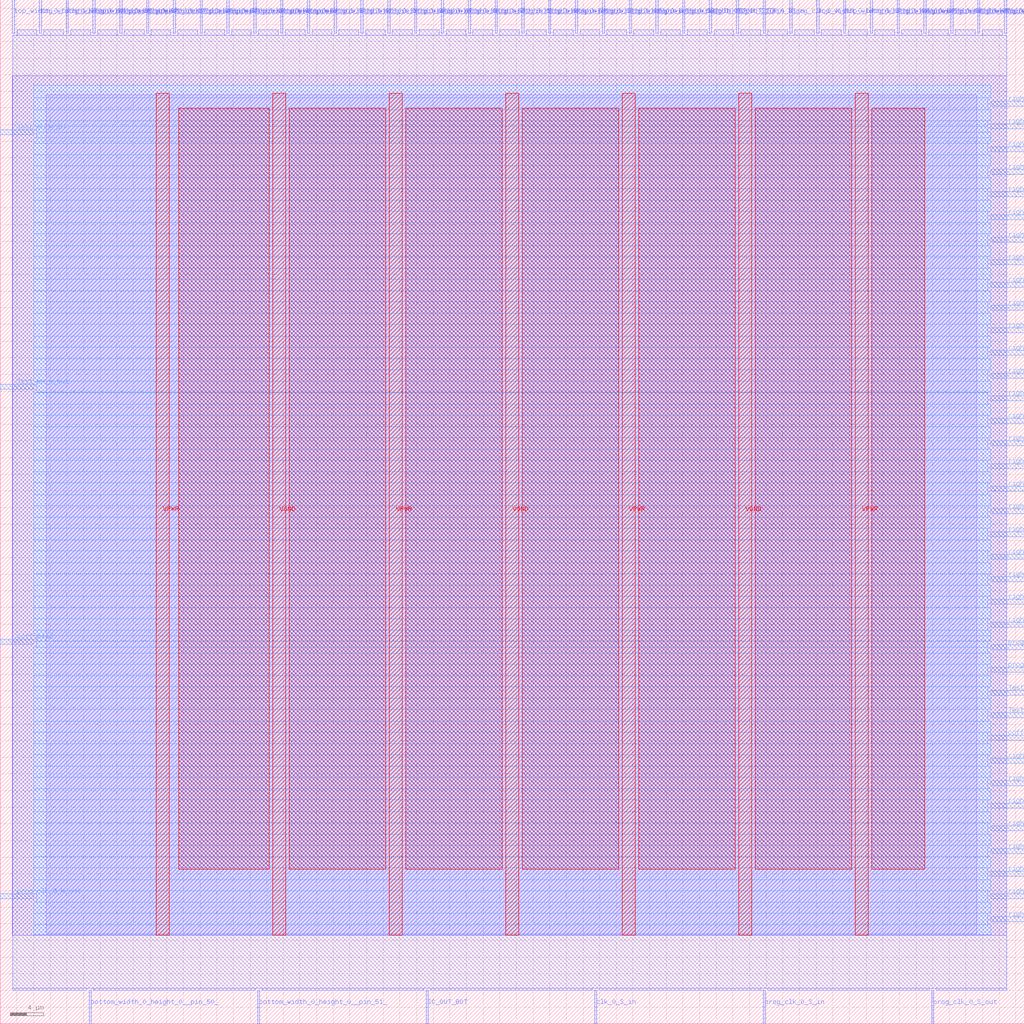
<source format=lef>
VERSION 5.7 ;
  NOWIREEXTENSIONATPIN ON ;
  DIVIDERCHAR "/" ;
  BUSBITCHARS "[]" ;
MACRO grid_clb
  CLASS BLOCK ;
  FOREIGN grid_clb ;
  ORIGIN 0.000 0.000 ;
  SIZE 123.000 BY 123.000 ;
  PIN SC_IN_TOP
    DIRECTION INPUT ;
    USE SIGNAL ;
    PORT
      LAYER met2 ;
        RECT 85.190 119.000 85.470 123.000 ;
    END
  END SC_IN_TOP
  PIN SC_OUT_BOT
    DIRECTION OUTPUT TRISTATE ;
    USE SIGNAL ;
    PORT
      LAYER met2 ;
        RECT 51.150 0.000 51.430 4.000 ;
    END
  END SC_OUT_BOT
  PIN SC_OUT_TOP
    DIRECTION OUTPUT TRISTATE ;
    USE SIGNAL ;
    PORT
      LAYER met2 ;
        RECT 88.410 119.000 88.690 123.000 ;
    END
  END SC_OUT_TOP
  PIN Test_en_E_in
    DIRECTION INPUT ;
    USE SIGNAL ;
    PORT
      LAYER met3 ;
        RECT 119.000 39.480 123.000 40.080 ;
    END
  END Test_en_E_in
  PIN Test_en_E_out
    DIRECTION OUTPUT TRISTATE ;
    USE SIGNAL ;
    PORT
      LAYER met3 ;
        RECT 119.000 36.760 123.000 37.360 ;
    END
  END Test_en_E_out
  PIN Test_en_W_in
    DIRECTION INPUT ;
    USE SIGNAL ;
    PORT
      LAYER met3 ;
        RECT 0.000 106.800 4.000 107.400 ;
    END
  END Test_en_W_in
  PIN Test_en_W_out
    DIRECTION OUTPUT TRISTATE ;
    USE SIGNAL ;
    PORT
      LAYER met3 ;
        RECT 0.000 76.200 4.000 76.800 ;
    END
  END Test_en_W_out
  PIN VGND
    DIRECTION INOUT ;
    USE GROUND ;
    PORT
      LAYER met4 ;
        RECT 32.710 10.640 34.310 111.760 ;
    END
    PORT
      LAYER met4 ;
        RECT 60.700 10.640 62.300 111.760 ;
    END
    PORT
      LAYER met4 ;
        RECT 88.690 10.640 90.290 111.760 ;
    END
  END VGND
  PIN VPWR
    DIRECTION INOUT ;
    USE POWER ;
    PORT
      LAYER met4 ;
        RECT 18.715 10.640 20.315 111.760 ;
    END
    PORT
      LAYER met4 ;
        RECT 46.705 10.640 48.305 111.760 ;
    END
    PORT
      LAYER met4 ;
        RECT 74.695 10.640 76.295 111.760 ;
    END
    PORT
      LAYER met4 ;
        RECT 102.685 10.640 104.285 111.760 ;
    END
  END VPWR
  PIN bottom_width_0_height_0__pin_50_
    DIRECTION OUTPUT TRISTATE ;
    USE SIGNAL ;
    PORT
      LAYER met2 ;
        RECT 10.670 0.000 10.950 4.000 ;
    END
  END bottom_width_0_height_0__pin_50_
  PIN bottom_width_0_height_0__pin_51_
    DIRECTION OUTPUT TRISTATE ;
    USE SIGNAL ;
    PORT
      LAYER met2 ;
        RECT 30.910 0.000 31.190 4.000 ;
    END
  END bottom_width_0_height_0__pin_51_
  PIN ccff_head
    DIRECTION INPUT ;
    USE SIGNAL ;
    PORT
      LAYER met3 ;
        RECT 0.000 45.600 4.000 46.200 ;
    END
  END ccff_head
  PIN ccff_tail
    DIRECTION OUTPUT TRISTATE ;
    USE SIGNAL ;
    PORT
      LAYER met3 ;
        RECT 119.000 34.040 123.000 34.640 ;
    END
  END ccff_tail
  PIN clk_0_N_in
    DIRECTION INPUT ;
    USE SIGNAL ;
    PORT
      LAYER met2 ;
        RECT 91.630 119.000 91.910 123.000 ;
    END
  END clk_0_N_in
  PIN clk_0_S_in
    DIRECTION INPUT ;
    USE SIGNAL ;
    PORT
      LAYER met2 ;
        RECT 71.390 0.000 71.670 4.000 ;
    END
  END clk_0_S_in
  PIN prog_clk_0_E_out
    DIRECTION OUTPUT TRISTATE ;
    USE SIGNAL ;
    PORT
      LAYER met3 ;
        RECT 119.000 44.920 123.000 45.520 ;
    END
  END prog_clk_0_E_out
  PIN prog_clk_0_N_in
    DIRECTION INPUT ;
    USE SIGNAL ;
    PORT
      LAYER met3 ;
        RECT 119.000 42.200 123.000 42.800 ;
    END
  END prog_clk_0_N_in
  PIN prog_clk_0_N_out
    DIRECTION OUTPUT TRISTATE ;
    USE SIGNAL ;
    PORT
      LAYER met2 ;
        RECT 94.850 119.000 95.130 123.000 ;
    END
  END prog_clk_0_N_out
  PIN prog_clk_0_S_in
    DIRECTION INPUT ;
    USE SIGNAL ;
    PORT
      LAYER met2 ;
        RECT 91.630 0.000 91.910 4.000 ;
    END
  END prog_clk_0_S_in
  PIN prog_clk_0_S_out
    DIRECTION OUTPUT TRISTATE ;
    USE SIGNAL ;
    PORT
      LAYER met2 ;
        RECT 111.870 0.000 112.150 4.000 ;
    END
  END prog_clk_0_S_out
  PIN prog_clk_0_W_out
    DIRECTION OUTPUT TRISTATE ;
    USE SIGNAL ;
    PORT
      LAYER met3 ;
        RECT 0.000 15.000 4.000 15.600 ;
    END
  END prog_clk_0_W_out
  PIN right_width_0_height_0__pin_16_
    DIRECTION INPUT ;
    USE SIGNAL ;
    PORT
      LAYER met3 ;
        RECT 119.000 47.640 123.000 48.240 ;
    END
  END right_width_0_height_0__pin_16_
  PIN right_width_0_height_0__pin_17_
    DIRECTION INPUT ;
    USE SIGNAL ;
    PORT
      LAYER met3 ;
        RECT 119.000 50.360 123.000 50.960 ;
    END
  END right_width_0_height_0__pin_17_
  PIN right_width_0_height_0__pin_18_
    DIRECTION INPUT ;
    USE SIGNAL ;
    PORT
      LAYER met3 ;
        RECT 119.000 53.080 123.000 53.680 ;
    END
  END right_width_0_height_0__pin_18_
  PIN right_width_0_height_0__pin_19_
    DIRECTION INPUT ;
    USE SIGNAL ;
    PORT
      LAYER met3 ;
        RECT 119.000 55.800 123.000 56.400 ;
    END
  END right_width_0_height_0__pin_19_
  PIN right_width_0_height_0__pin_20_
    DIRECTION INPUT ;
    USE SIGNAL ;
    PORT
      LAYER met3 ;
        RECT 119.000 58.520 123.000 59.120 ;
    END
  END right_width_0_height_0__pin_20_
  PIN right_width_0_height_0__pin_21_
    DIRECTION INPUT ;
    USE SIGNAL ;
    PORT
      LAYER met3 ;
        RECT 119.000 61.240 123.000 61.840 ;
    END
  END right_width_0_height_0__pin_21_
  PIN right_width_0_height_0__pin_22_
    DIRECTION INPUT ;
    USE SIGNAL ;
    PORT
      LAYER met3 ;
        RECT 119.000 63.960 123.000 64.560 ;
    END
  END right_width_0_height_0__pin_22_
  PIN right_width_0_height_0__pin_23_
    DIRECTION INPUT ;
    USE SIGNAL ;
    PORT
      LAYER met3 ;
        RECT 119.000 66.680 123.000 67.280 ;
    END
  END right_width_0_height_0__pin_23_
  PIN right_width_0_height_0__pin_24_
    DIRECTION INPUT ;
    USE SIGNAL ;
    PORT
      LAYER met3 ;
        RECT 119.000 69.400 123.000 70.000 ;
    END
  END right_width_0_height_0__pin_24_
  PIN right_width_0_height_0__pin_25_
    DIRECTION INPUT ;
    USE SIGNAL ;
    PORT
      LAYER met3 ;
        RECT 119.000 72.120 123.000 72.720 ;
    END
  END right_width_0_height_0__pin_25_
  PIN right_width_0_height_0__pin_26_
    DIRECTION INPUT ;
    USE SIGNAL ;
    PORT
      LAYER met3 ;
        RECT 119.000 74.840 123.000 75.440 ;
    END
  END right_width_0_height_0__pin_26_
  PIN right_width_0_height_0__pin_27_
    DIRECTION INPUT ;
    USE SIGNAL ;
    PORT
      LAYER met3 ;
        RECT 119.000 77.560 123.000 78.160 ;
    END
  END right_width_0_height_0__pin_27_
  PIN right_width_0_height_0__pin_28_
    DIRECTION INPUT ;
    USE SIGNAL ;
    PORT
      LAYER met3 ;
        RECT 119.000 80.280 123.000 80.880 ;
    END
  END right_width_0_height_0__pin_28_
  PIN right_width_0_height_0__pin_29_
    DIRECTION INPUT ;
    USE SIGNAL ;
    PORT
      LAYER met3 ;
        RECT 119.000 83.000 123.000 83.600 ;
    END
  END right_width_0_height_0__pin_29_
  PIN right_width_0_height_0__pin_30_
    DIRECTION INPUT ;
    USE SIGNAL ;
    PORT
      LAYER met3 ;
        RECT 119.000 85.720 123.000 86.320 ;
    END
  END right_width_0_height_0__pin_30_
  PIN right_width_0_height_0__pin_31_
    DIRECTION INPUT ;
    USE SIGNAL ;
    PORT
      LAYER met3 ;
        RECT 119.000 88.440 123.000 89.040 ;
    END
  END right_width_0_height_0__pin_31_
  PIN right_width_0_height_0__pin_42_lower
    DIRECTION OUTPUT TRISTATE ;
    USE SIGNAL ;
    PORT
      LAYER met3 ;
        RECT 119.000 12.280 123.000 12.880 ;
    END
  END right_width_0_height_0__pin_42_lower
  PIN right_width_0_height_0__pin_42_upper
    DIRECTION OUTPUT TRISTATE ;
    USE SIGNAL ;
    PORT
      LAYER met3 ;
        RECT 119.000 91.160 123.000 91.760 ;
    END
  END right_width_0_height_0__pin_42_upper
  PIN right_width_0_height_0__pin_43_lower
    DIRECTION OUTPUT TRISTATE ;
    USE SIGNAL ;
    PORT
      LAYER met3 ;
        RECT 119.000 15.000 123.000 15.600 ;
    END
  END right_width_0_height_0__pin_43_lower
  PIN right_width_0_height_0__pin_43_upper
    DIRECTION OUTPUT TRISTATE ;
    USE SIGNAL ;
    PORT
      LAYER met3 ;
        RECT 119.000 93.880 123.000 94.480 ;
    END
  END right_width_0_height_0__pin_43_upper
  PIN right_width_0_height_0__pin_44_lower
    DIRECTION OUTPUT TRISTATE ;
    USE SIGNAL ;
    PORT
      LAYER met3 ;
        RECT 119.000 17.720 123.000 18.320 ;
    END
  END right_width_0_height_0__pin_44_lower
  PIN right_width_0_height_0__pin_44_upper
    DIRECTION OUTPUT TRISTATE ;
    USE SIGNAL ;
    PORT
      LAYER met3 ;
        RECT 119.000 96.600 123.000 97.200 ;
    END
  END right_width_0_height_0__pin_44_upper
  PIN right_width_0_height_0__pin_45_lower
    DIRECTION OUTPUT TRISTATE ;
    USE SIGNAL ;
    PORT
      LAYER met3 ;
        RECT 119.000 20.440 123.000 21.040 ;
    END
  END right_width_0_height_0__pin_45_lower
  PIN right_width_0_height_0__pin_45_upper
    DIRECTION OUTPUT TRISTATE ;
    USE SIGNAL ;
    PORT
      LAYER met3 ;
        RECT 119.000 99.320 123.000 99.920 ;
    END
  END right_width_0_height_0__pin_45_upper
  PIN right_width_0_height_0__pin_46_lower
    DIRECTION OUTPUT TRISTATE ;
    USE SIGNAL ;
    PORT
      LAYER met3 ;
        RECT 119.000 23.160 123.000 23.760 ;
    END
  END right_width_0_height_0__pin_46_lower
  PIN right_width_0_height_0__pin_46_upper
    DIRECTION OUTPUT TRISTATE ;
    USE SIGNAL ;
    PORT
      LAYER met3 ;
        RECT 119.000 102.040 123.000 102.640 ;
    END
  END right_width_0_height_0__pin_46_upper
  PIN right_width_0_height_0__pin_47_lower
    DIRECTION OUTPUT TRISTATE ;
    USE SIGNAL ;
    PORT
      LAYER met3 ;
        RECT 119.000 25.880 123.000 26.480 ;
    END
  END right_width_0_height_0__pin_47_lower
  PIN right_width_0_height_0__pin_47_upper
    DIRECTION OUTPUT TRISTATE ;
    USE SIGNAL ;
    PORT
      LAYER met3 ;
        RECT 119.000 104.760 123.000 105.360 ;
    END
  END right_width_0_height_0__pin_47_upper
  PIN right_width_0_height_0__pin_48_lower
    DIRECTION OUTPUT TRISTATE ;
    USE SIGNAL ;
    PORT
      LAYER met3 ;
        RECT 119.000 28.600 123.000 29.200 ;
    END
  END right_width_0_height_0__pin_48_lower
  PIN right_width_0_height_0__pin_48_upper
    DIRECTION OUTPUT TRISTATE ;
    USE SIGNAL ;
    PORT
      LAYER met3 ;
        RECT 119.000 107.480 123.000 108.080 ;
    END
  END right_width_0_height_0__pin_48_upper
  PIN right_width_0_height_0__pin_49_lower
    DIRECTION OUTPUT TRISTATE ;
    USE SIGNAL ;
    PORT
      LAYER met3 ;
        RECT 119.000 31.320 123.000 31.920 ;
    END
  END right_width_0_height_0__pin_49_lower
  PIN right_width_0_height_0__pin_49_upper
    DIRECTION OUTPUT TRISTATE ;
    USE SIGNAL ;
    PORT
      LAYER met3 ;
        RECT 119.000 110.200 123.000 110.800 ;
    END
  END right_width_0_height_0__pin_49_upper
  PIN top_width_0_height_0__pin_0_
    DIRECTION INPUT ;
    USE SIGNAL ;
    PORT
      LAYER met2 ;
        RECT 27.230 119.000 27.510 123.000 ;
    END
  END top_width_0_height_0__pin_0_
  PIN top_width_0_height_0__pin_10_
    DIRECTION INPUT ;
    USE SIGNAL ;
    PORT
      LAYER met2 ;
        RECT 59.430 119.000 59.710 123.000 ;
    END
  END top_width_0_height_0__pin_10_
  PIN top_width_0_height_0__pin_11_
    DIRECTION INPUT ;
    USE SIGNAL ;
    PORT
      LAYER met2 ;
        RECT 62.650 119.000 62.930 123.000 ;
    END
  END top_width_0_height_0__pin_11_
  PIN top_width_0_height_0__pin_12_
    DIRECTION INPUT ;
    USE SIGNAL ;
    PORT
      LAYER met2 ;
        RECT 65.870 119.000 66.150 123.000 ;
    END
  END top_width_0_height_0__pin_12_
  PIN top_width_0_height_0__pin_13_
    DIRECTION INPUT ;
    USE SIGNAL ;
    PORT
      LAYER met2 ;
        RECT 69.090 119.000 69.370 123.000 ;
    END
  END top_width_0_height_0__pin_13_
  PIN top_width_0_height_0__pin_14_
    DIRECTION INPUT ;
    USE SIGNAL ;
    PORT
      LAYER met2 ;
        RECT 72.310 119.000 72.590 123.000 ;
    END
  END top_width_0_height_0__pin_14_
  PIN top_width_0_height_0__pin_15_
    DIRECTION INPUT ;
    USE SIGNAL ;
    PORT
      LAYER met2 ;
        RECT 75.530 119.000 75.810 123.000 ;
    END
  END top_width_0_height_0__pin_15_
  PIN top_width_0_height_0__pin_1_
    DIRECTION INPUT ;
    USE SIGNAL ;
    PORT
      LAYER met2 ;
        RECT 30.450 119.000 30.730 123.000 ;
    END
  END top_width_0_height_0__pin_1_
  PIN top_width_0_height_0__pin_2_
    DIRECTION INPUT ;
    USE SIGNAL ;
    PORT
      LAYER met2 ;
        RECT 33.670 119.000 33.950 123.000 ;
    END
  END top_width_0_height_0__pin_2_
  PIN top_width_0_height_0__pin_32_
    DIRECTION INPUT ;
    USE SIGNAL ;
    PORT
      LAYER met2 ;
        RECT 78.750 119.000 79.030 123.000 ;
    END
  END top_width_0_height_0__pin_32_
  PIN top_width_0_height_0__pin_33_
    DIRECTION INPUT ;
    USE SIGNAL ;
    PORT
      LAYER met2 ;
        RECT 81.970 119.000 82.250 123.000 ;
    END
  END top_width_0_height_0__pin_33_
  PIN top_width_0_height_0__pin_34_lower
    DIRECTION OUTPUT TRISTATE ;
    USE SIGNAL ;
    PORT
      LAYER met2 ;
        RECT 98.070 119.000 98.350 123.000 ;
    END
  END top_width_0_height_0__pin_34_lower
  PIN top_width_0_height_0__pin_34_upper
    DIRECTION OUTPUT TRISTATE ;
    USE SIGNAL ;
    PORT
      LAYER met2 ;
        RECT 1.470 119.000 1.750 123.000 ;
    END
  END top_width_0_height_0__pin_34_upper
  PIN top_width_0_height_0__pin_35_lower
    DIRECTION OUTPUT TRISTATE ;
    USE SIGNAL ;
    PORT
      LAYER met2 ;
        RECT 101.290 119.000 101.570 123.000 ;
    END
  END top_width_0_height_0__pin_35_lower
  PIN top_width_0_height_0__pin_35_upper
    DIRECTION OUTPUT TRISTATE ;
    USE SIGNAL ;
    PORT
      LAYER met2 ;
        RECT 4.690 119.000 4.970 123.000 ;
    END
  END top_width_0_height_0__pin_35_upper
  PIN top_width_0_height_0__pin_36_lower
    DIRECTION OUTPUT TRISTATE ;
    USE SIGNAL ;
    PORT
      LAYER met2 ;
        RECT 104.510 119.000 104.790 123.000 ;
    END
  END top_width_0_height_0__pin_36_lower
  PIN top_width_0_height_0__pin_36_upper
    DIRECTION OUTPUT TRISTATE ;
    USE SIGNAL ;
    PORT
      LAYER met2 ;
        RECT 7.910 119.000 8.190 123.000 ;
    END
  END top_width_0_height_0__pin_36_upper
  PIN top_width_0_height_0__pin_37_lower
    DIRECTION OUTPUT TRISTATE ;
    USE SIGNAL ;
    PORT
      LAYER met2 ;
        RECT 107.730 119.000 108.010 123.000 ;
    END
  END top_width_0_height_0__pin_37_lower
  PIN top_width_0_height_0__pin_37_upper
    DIRECTION OUTPUT TRISTATE ;
    USE SIGNAL ;
    PORT
      LAYER met2 ;
        RECT 11.130 119.000 11.410 123.000 ;
    END
  END top_width_0_height_0__pin_37_upper
  PIN top_width_0_height_0__pin_38_lower
    DIRECTION OUTPUT TRISTATE ;
    USE SIGNAL ;
    PORT
      LAYER met2 ;
        RECT 110.950 119.000 111.230 123.000 ;
    END
  END top_width_0_height_0__pin_38_lower
  PIN top_width_0_height_0__pin_38_upper
    DIRECTION OUTPUT TRISTATE ;
    USE SIGNAL ;
    PORT
      LAYER met2 ;
        RECT 14.350 119.000 14.630 123.000 ;
    END
  END top_width_0_height_0__pin_38_upper
  PIN top_width_0_height_0__pin_39_lower
    DIRECTION OUTPUT TRISTATE ;
    USE SIGNAL ;
    PORT
      LAYER met2 ;
        RECT 114.170 119.000 114.450 123.000 ;
    END
  END top_width_0_height_0__pin_39_lower
  PIN top_width_0_height_0__pin_39_upper
    DIRECTION OUTPUT TRISTATE ;
    USE SIGNAL ;
    PORT
      LAYER met2 ;
        RECT 17.570 119.000 17.850 123.000 ;
    END
  END top_width_0_height_0__pin_39_upper
  PIN top_width_0_height_0__pin_3_
    DIRECTION INPUT ;
    USE SIGNAL ;
    PORT
      LAYER met2 ;
        RECT 36.890 119.000 37.170 123.000 ;
    END
  END top_width_0_height_0__pin_3_
  PIN top_width_0_height_0__pin_40_lower
    DIRECTION OUTPUT TRISTATE ;
    USE SIGNAL ;
    PORT
      LAYER met2 ;
        RECT 117.390 119.000 117.670 123.000 ;
    END
  END top_width_0_height_0__pin_40_lower
  PIN top_width_0_height_0__pin_40_upper
    DIRECTION OUTPUT TRISTATE ;
    USE SIGNAL ;
    PORT
      LAYER met2 ;
        RECT 20.790 119.000 21.070 123.000 ;
    END
  END top_width_0_height_0__pin_40_upper
  PIN top_width_0_height_0__pin_41_lower
    DIRECTION OUTPUT TRISTATE ;
    USE SIGNAL ;
    PORT
      LAYER met2 ;
        RECT 120.610 119.000 120.890 123.000 ;
    END
  END top_width_0_height_0__pin_41_lower
  PIN top_width_0_height_0__pin_41_upper
    DIRECTION OUTPUT TRISTATE ;
    USE SIGNAL ;
    PORT
      LAYER met2 ;
        RECT 24.010 119.000 24.290 123.000 ;
    END
  END top_width_0_height_0__pin_41_upper
  PIN top_width_0_height_0__pin_4_
    DIRECTION INPUT ;
    USE SIGNAL ;
    PORT
      LAYER met2 ;
        RECT 40.110 119.000 40.390 123.000 ;
    END
  END top_width_0_height_0__pin_4_
  PIN top_width_0_height_0__pin_5_
    DIRECTION INPUT ;
    USE SIGNAL ;
    PORT
      LAYER met2 ;
        RECT 43.330 119.000 43.610 123.000 ;
    END
  END top_width_0_height_0__pin_5_
  PIN top_width_0_height_0__pin_6_
    DIRECTION INPUT ;
    USE SIGNAL ;
    PORT
      LAYER met2 ;
        RECT 46.550 119.000 46.830 123.000 ;
    END
  END top_width_0_height_0__pin_6_
  PIN top_width_0_height_0__pin_7_
    DIRECTION INPUT ;
    USE SIGNAL ;
    PORT
      LAYER met2 ;
        RECT 49.770 119.000 50.050 123.000 ;
    END
  END top_width_0_height_0__pin_7_
  PIN top_width_0_height_0__pin_8_
    DIRECTION INPUT ;
    USE SIGNAL ;
    PORT
      LAYER met2 ;
        RECT 52.990 119.000 53.270 123.000 ;
    END
  END top_width_0_height_0__pin_8_
  PIN top_width_0_height_0__pin_9_
    DIRECTION INPUT ;
    USE SIGNAL ;
    PORT
      LAYER met2 ;
        RECT 56.210 119.000 56.490 123.000 ;
    END
  END top_width_0_height_0__pin_9_
  OBS
      LAYER li1 ;
        RECT 5.520 10.795 117.300 111.605 ;
      LAYER met1 ;
        RECT 1.450 10.640 120.910 113.860 ;
      LAYER met2 ;
        RECT 2.030 118.720 4.410 119.410 ;
        RECT 5.250 118.720 7.630 119.410 ;
        RECT 8.470 118.720 10.850 119.410 ;
        RECT 11.690 118.720 14.070 119.410 ;
        RECT 14.910 118.720 17.290 119.410 ;
        RECT 18.130 118.720 20.510 119.410 ;
        RECT 21.350 118.720 23.730 119.410 ;
        RECT 24.570 118.720 26.950 119.410 ;
        RECT 27.790 118.720 30.170 119.410 ;
        RECT 31.010 118.720 33.390 119.410 ;
        RECT 34.230 118.720 36.610 119.410 ;
        RECT 37.450 118.720 39.830 119.410 ;
        RECT 40.670 118.720 43.050 119.410 ;
        RECT 43.890 118.720 46.270 119.410 ;
        RECT 47.110 118.720 49.490 119.410 ;
        RECT 50.330 118.720 52.710 119.410 ;
        RECT 53.550 118.720 55.930 119.410 ;
        RECT 56.770 118.720 59.150 119.410 ;
        RECT 59.990 118.720 62.370 119.410 ;
        RECT 63.210 118.720 65.590 119.410 ;
        RECT 66.430 118.720 68.810 119.410 ;
        RECT 69.650 118.720 72.030 119.410 ;
        RECT 72.870 118.720 75.250 119.410 ;
        RECT 76.090 118.720 78.470 119.410 ;
        RECT 79.310 118.720 81.690 119.410 ;
        RECT 82.530 118.720 84.910 119.410 ;
        RECT 85.750 118.720 88.130 119.410 ;
        RECT 88.970 118.720 91.350 119.410 ;
        RECT 92.190 118.720 94.570 119.410 ;
        RECT 95.410 118.720 97.790 119.410 ;
        RECT 98.630 118.720 101.010 119.410 ;
        RECT 101.850 118.720 104.230 119.410 ;
        RECT 105.070 118.720 107.450 119.410 ;
        RECT 108.290 118.720 110.670 119.410 ;
        RECT 111.510 118.720 113.890 119.410 ;
        RECT 114.730 118.720 117.110 119.410 ;
        RECT 117.950 118.720 120.330 119.410 ;
        RECT 1.480 4.280 120.880 118.720 ;
        RECT 1.480 4.000 10.390 4.280 ;
        RECT 11.230 4.000 30.630 4.280 ;
        RECT 31.470 4.000 50.870 4.280 ;
        RECT 51.710 4.000 71.110 4.280 ;
        RECT 71.950 4.000 91.350 4.280 ;
        RECT 92.190 4.000 111.590 4.280 ;
        RECT 112.430 4.000 120.880 4.280 ;
      LAYER met3 ;
        RECT 4.000 111.200 119.000 112.705 ;
        RECT 4.000 109.800 118.600 111.200 ;
        RECT 4.000 108.480 119.000 109.800 ;
        RECT 4.000 107.800 118.600 108.480 ;
        RECT 4.400 107.080 118.600 107.800 ;
        RECT 4.400 106.400 119.000 107.080 ;
        RECT 4.000 105.760 119.000 106.400 ;
        RECT 4.000 104.360 118.600 105.760 ;
        RECT 4.000 103.040 119.000 104.360 ;
        RECT 4.000 101.640 118.600 103.040 ;
        RECT 4.000 100.320 119.000 101.640 ;
        RECT 4.000 98.920 118.600 100.320 ;
        RECT 4.000 97.600 119.000 98.920 ;
        RECT 4.000 96.200 118.600 97.600 ;
        RECT 4.000 94.880 119.000 96.200 ;
        RECT 4.000 93.480 118.600 94.880 ;
        RECT 4.000 92.160 119.000 93.480 ;
        RECT 4.000 90.760 118.600 92.160 ;
        RECT 4.000 89.440 119.000 90.760 ;
        RECT 4.000 88.040 118.600 89.440 ;
        RECT 4.000 86.720 119.000 88.040 ;
        RECT 4.000 85.320 118.600 86.720 ;
        RECT 4.000 84.000 119.000 85.320 ;
        RECT 4.000 82.600 118.600 84.000 ;
        RECT 4.000 81.280 119.000 82.600 ;
        RECT 4.000 79.880 118.600 81.280 ;
        RECT 4.000 78.560 119.000 79.880 ;
        RECT 4.000 77.200 118.600 78.560 ;
        RECT 4.400 77.160 118.600 77.200 ;
        RECT 4.400 75.840 119.000 77.160 ;
        RECT 4.400 75.800 118.600 75.840 ;
        RECT 4.000 74.440 118.600 75.800 ;
        RECT 4.000 73.120 119.000 74.440 ;
        RECT 4.000 71.720 118.600 73.120 ;
        RECT 4.000 70.400 119.000 71.720 ;
        RECT 4.000 69.000 118.600 70.400 ;
        RECT 4.000 67.680 119.000 69.000 ;
        RECT 4.000 66.280 118.600 67.680 ;
        RECT 4.000 64.960 119.000 66.280 ;
        RECT 4.000 63.560 118.600 64.960 ;
        RECT 4.000 62.240 119.000 63.560 ;
        RECT 4.000 60.840 118.600 62.240 ;
        RECT 4.000 59.520 119.000 60.840 ;
        RECT 4.000 58.120 118.600 59.520 ;
        RECT 4.000 56.800 119.000 58.120 ;
        RECT 4.000 55.400 118.600 56.800 ;
        RECT 4.000 54.080 119.000 55.400 ;
        RECT 4.000 52.680 118.600 54.080 ;
        RECT 4.000 51.360 119.000 52.680 ;
        RECT 4.000 49.960 118.600 51.360 ;
        RECT 4.000 48.640 119.000 49.960 ;
        RECT 4.000 47.240 118.600 48.640 ;
        RECT 4.000 46.600 119.000 47.240 ;
        RECT 4.400 45.920 119.000 46.600 ;
        RECT 4.400 45.200 118.600 45.920 ;
        RECT 4.000 44.520 118.600 45.200 ;
        RECT 4.000 43.200 119.000 44.520 ;
        RECT 4.000 41.800 118.600 43.200 ;
        RECT 4.000 40.480 119.000 41.800 ;
        RECT 4.000 39.080 118.600 40.480 ;
        RECT 4.000 37.760 119.000 39.080 ;
        RECT 4.000 36.360 118.600 37.760 ;
        RECT 4.000 35.040 119.000 36.360 ;
        RECT 4.000 33.640 118.600 35.040 ;
        RECT 4.000 32.320 119.000 33.640 ;
        RECT 4.000 30.920 118.600 32.320 ;
        RECT 4.000 29.600 119.000 30.920 ;
        RECT 4.000 28.200 118.600 29.600 ;
        RECT 4.000 26.880 119.000 28.200 ;
        RECT 4.000 25.480 118.600 26.880 ;
        RECT 4.000 24.160 119.000 25.480 ;
        RECT 4.000 22.760 118.600 24.160 ;
        RECT 4.000 21.440 119.000 22.760 ;
        RECT 4.000 20.040 118.600 21.440 ;
        RECT 4.000 18.720 119.000 20.040 ;
        RECT 4.000 17.320 118.600 18.720 ;
        RECT 4.000 16.000 119.000 17.320 ;
        RECT 4.400 14.600 118.600 16.000 ;
        RECT 4.000 13.280 119.000 14.600 ;
        RECT 4.000 11.880 118.600 13.280 ;
        RECT 4.000 10.715 119.000 11.880 ;
      LAYER met4 ;
        RECT 21.455 18.535 32.310 109.985 ;
        RECT 34.710 18.535 46.305 109.985 ;
        RECT 48.705 18.535 60.300 109.985 ;
        RECT 62.700 18.535 74.295 109.985 ;
        RECT 76.695 18.535 88.290 109.985 ;
        RECT 90.690 18.535 102.285 109.985 ;
        RECT 104.685 18.535 111.025 109.985 ;
  END
END grid_clb
END LIBRARY


</source>
